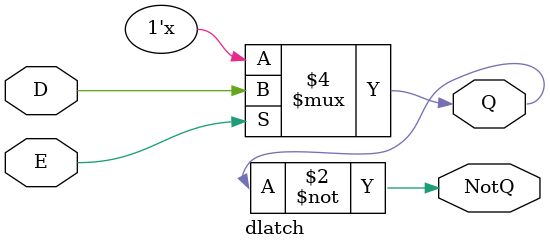
<source format=v>
`timescale 1ns / 1ps

module dlatch(
    input D, E,
    output reg Q,
    output NotQ
);
    always @(E) begin 
        if (E)
            Q <= D;
        else
            Q <= Q;
    end
    assign NotQ = ~Q;
endmodule

</source>
